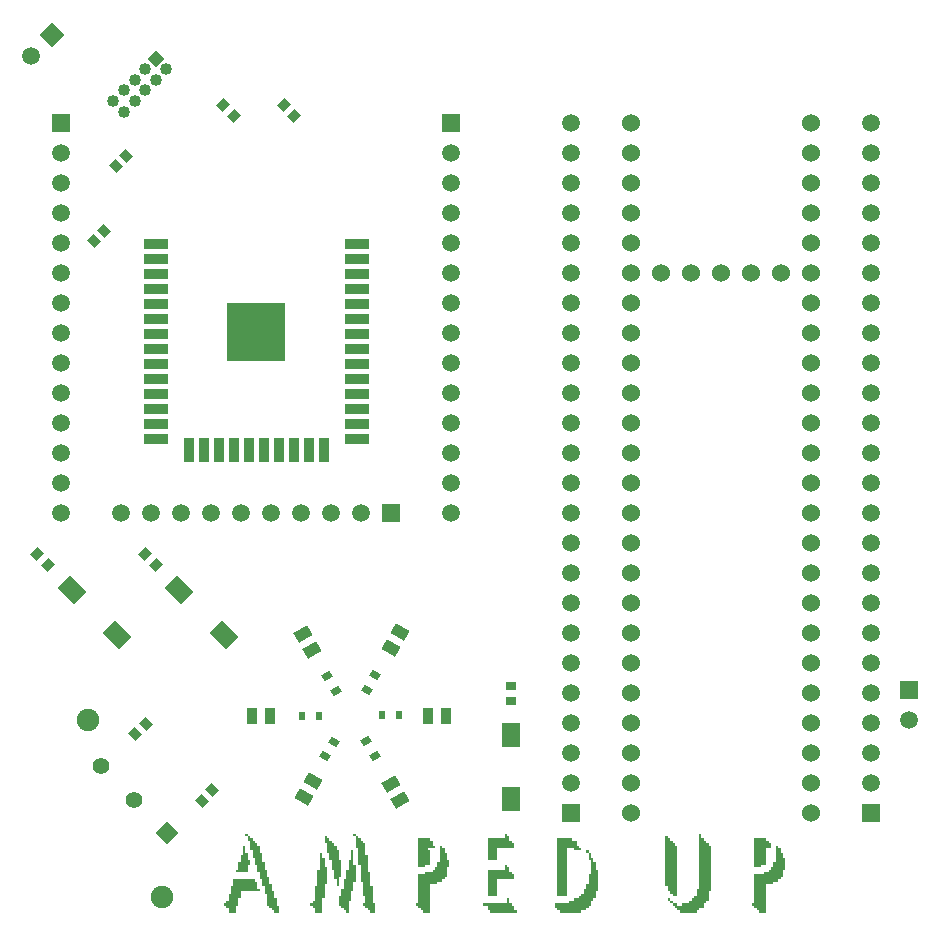
<source format=gts>
G04*
G04 #@! TF.GenerationSoftware,Altium Limited,Altium Designer,20.1.14 (287)*
G04*
G04 Layer_Color=8388736*
%FSLAX25Y25*%
%MOIN*%
G70*
G04*
G04 #@! TF.SameCoordinates,0D2ED980-A127-4EFE-AF8B-45E26DFE5CAE*
G04*
G04*
G04 #@! TF.FilePolarity,Negative*
G04*
G01*
G75*
%ADD17R,0.19685X0.19685*%
%ADD18R,0.03543X0.07874*%
%ADD19R,0.07874X0.03543*%
%ADD20R,0.07874X0.03543*%
%ADD21R,0.02362X0.03150*%
G04:AMPARAMS|DCode=22|XSize=23.62mil|YSize=31.5mil|CornerRadius=0mil|HoleSize=0mil|Usage=FLASHONLY|Rotation=240.000|XOffset=0mil|YOffset=0mil|HoleType=Round|Shape=Rectangle|*
%AMROTATEDRECTD22*
4,1,4,-0.00773,0.01810,0.01954,0.00236,0.00773,-0.01810,-0.01954,-0.00236,-0.00773,0.01810,0.0*
%
%ADD22ROTATEDRECTD22*%

G04:AMPARAMS|DCode=23|XSize=23.62mil|YSize=31.5mil|CornerRadius=0mil|HoleSize=0mil|Usage=FLASHONLY|Rotation=120.000|XOffset=0mil|YOffset=0mil|HoleType=Round|Shape=Rectangle|*
%AMROTATEDRECTD23*
4,1,4,0.01954,-0.00236,-0.00773,-0.01810,-0.01954,0.00236,0.00773,0.01810,0.01954,-0.00236,0.0*
%
%ADD23ROTATEDRECTD23*%

G04:AMPARAMS|DCode=24|XSize=53.15mil|YSize=37.4mil|CornerRadius=0mil|HoleSize=0mil|Usage=FLASHONLY|Rotation=210.000|XOffset=0mil|YOffset=0mil|HoleType=Round|Shape=Rectangle|*
%AMROTATEDRECTD24*
4,1,4,0.01366,0.02948,0.03237,-0.00291,-0.01366,-0.02948,-0.03237,0.00291,0.01366,0.02948,0.0*
%
%ADD24ROTATEDRECTD24*%

%ADD25R,0.03740X0.05315*%
G04:AMPARAMS|DCode=26|XSize=53.15mil|YSize=37.4mil|CornerRadius=0mil|HoleSize=0mil|Usage=FLASHONLY|Rotation=330.000|XOffset=0mil|YOffset=0mil|HoleType=Round|Shape=Rectangle|*
%AMROTATEDRECTD26*
4,1,4,-0.03237,-0.00291,-0.01366,0.02948,0.03237,0.00291,0.01366,-0.02948,-0.03237,-0.00291,0.0*
%
%ADD26ROTATEDRECTD26*%

%ADD27R,0.05906X0.07874*%
%ADD28R,0.03740X0.03150*%
G04:AMPARAMS|DCode=29|XSize=78.74mil|YSize=59.06mil|CornerRadius=0mil|HoleSize=0mil|Usage=FLASHONLY|Rotation=315.000|XOffset=0mil|YOffset=0mil|HoleType=Round|Shape=Rectangle|*
%AMROTATEDRECTD29*
4,1,4,-0.04872,0.00696,-0.00696,0.04872,0.04872,-0.00696,0.00696,-0.04872,-0.04872,0.00696,0.0*
%
%ADD29ROTATEDRECTD29*%

G04:AMPARAMS|DCode=30|XSize=37.4mil|YSize=31.5mil|CornerRadius=0mil|HoleSize=0mil|Usage=FLASHONLY|Rotation=45.000|XOffset=0mil|YOffset=0mil|HoleType=Round|Shape=Rectangle|*
%AMROTATEDRECTD30*
4,1,4,-0.00209,-0.02436,-0.02436,-0.00209,0.00209,0.02436,0.02436,0.00209,-0.00209,-0.02436,0.0*
%
%ADD30ROTATEDRECTD30*%

G04:AMPARAMS|DCode=31|XSize=37.4mil|YSize=31.5mil|CornerRadius=0mil|HoleSize=0mil|Usage=FLASHONLY|Rotation=315.000|XOffset=0mil|YOffset=0mil|HoleType=Round|Shape=Rectangle|*
%AMROTATEDRECTD31*
4,1,4,-0.02436,0.00209,-0.00209,0.02436,0.02436,-0.00209,0.00209,-0.02436,-0.02436,0.00209,0.0*
%
%ADD31ROTATEDRECTD31*%

%ADD32C,0.06000*%
%ADD33C,0.05906*%
%ADD34R,0.05906X0.05906*%
%ADD35R,0.05906X0.05906*%
%ADD36P,0.07795X4X360.0*%
%ADD37C,0.07480*%
%ADD38C,0.05512*%
%ADD39P,0.05657X4X360.0*%
%ADD40C,0.04000*%
%ADD41P,0.08352X4X270.0*%
G36*
X123000Y-239100D02*
X123800D01*
Y-239900D01*
Y-240700D01*
X124600D01*
Y-241500D01*
X122200D01*
Y-242300D01*
X123000D01*
Y-243100D01*
Y-243900D01*
Y-244700D01*
Y-245500D01*
Y-246300D01*
Y-247100D01*
X121400D01*
Y-247900D01*
X119000D01*
Y-247100D01*
Y-246300D01*
Y-245500D01*
Y-244700D01*
Y-243900D01*
Y-243100D01*
Y-242300D01*
Y-241500D01*
Y-240700D01*
Y-239900D01*
Y-239100D01*
Y-238300D01*
X123000D01*
Y-239100D01*
D02*
G37*
G36*
X61400Y-241500D02*
Y-242300D01*
Y-243100D01*
X62200D01*
Y-243900D01*
Y-244700D01*
Y-245500D01*
X63000D01*
Y-246300D01*
Y-247100D01*
X62200D01*
Y-247900D01*
Y-248700D01*
Y-249500D01*
X58200D01*
Y-248700D01*
X59000D01*
Y-247900D01*
Y-247100D01*
Y-246300D01*
X59800D01*
Y-245500D01*
Y-244700D01*
Y-243900D01*
X60600D01*
Y-243100D01*
Y-242300D01*
Y-241500D01*
Y-240700D01*
X61400D01*
Y-241500D01*
D02*
G37*
G36*
X88600Y-238300D02*
X89400D01*
Y-239100D01*
X90200D01*
Y-239900D01*
X91000D01*
Y-240700D01*
X91800D01*
Y-241500D01*
Y-242300D01*
X92600D01*
Y-243100D01*
Y-243900D01*
Y-244700D01*
Y-245500D01*
X93400D01*
Y-246300D01*
Y-247100D01*
Y-247900D01*
Y-248700D01*
Y-249500D01*
Y-250300D01*
Y-251100D01*
X92600D01*
Y-251900D01*
Y-252700D01*
Y-253500D01*
Y-254300D01*
X91800D01*
Y-253500D01*
Y-252700D01*
Y-251900D01*
X91000D01*
Y-251100D01*
Y-250300D01*
Y-249500D01*
Y-248700D01*
X90200D01*
Y-247900D01*
Y-247100D01*
Y-246300D01*
Y-245500D01*
X89400D01*
Y-244700D01*
Y-243900D01*
Y-243100D01*
X88600D01*
Y-242300D01*
Y-241500D01*
Y-240700D01*
Y-239900D01*
X87800D01*
Y-239100D01*
Y-238300D01*
Y-237500D01*
X88600D01*
Y-238300D01*
D02*
G37*
G36*
X127000Y-241500D02*
X127800D01*
Y-242300D01*
Y-243100D01*
X128600D01*
Y-243900D01*
Y-244700D01*
Y-245500D01*
X129400D01*
Y-246300D01*
Y-247100D01*
Y-247900D01*
X128600D01*
Y-248700D01*
Y-249500D01*
Y-250300D01*
Y-251100D01*
X127800D01*
Y-251900D01*
X127000D01*
Y-252700D01*
X125400D01*
Y-253500D01*
X123000D01*
Y-254300D01*
Y-255100D01*
Y-255900D01*
Y-256700D01*
Y-257500D01*
Y-258300D01*
Y-259100D01*
Y-259900D01*
Y-260700D01*
Y-261500D01*
Y-262300D01*
Y-263100D01*
X120600D01*
Y-262300D01*
X119800D01*
Y-261500D01*
X119000D01*
Y-260700D01*
X118200D01*
Y-259900D01*
X119000D01*
Y-259100D01*
Y-258300D01*
Y-257500D01*
Y-256700D01*
Y-255900D01*
Y-255100D01*
Y-254300D01*
Y-253500D01*
Y-252700D01*
Y-251900D01*
Y-251100D01*
Y-250300D01*
X121400D01*
Y-249500D01*
X123800D01*
Y-248700D01*
X124600D01*
Y-247900D01*
X125400D01*
Y-247100D01*
Y-246300D01*
X126200D01*
Y-245500D01*
Y-244700D01*
Y-243900D01*
Y-243100D01*
Y-242300D01*
Y-241500D01*
Y-240700D01*
X127000D01*
Y-241500D01*
D02*
G37*
G36*
X98200Y-237500D02*
X99000D01*
Y-238300D01*
X99800D01*
Y-239100D01*
X100600D01*
Y-239900D01*
X101400D01*
Y-240700D01*
Y-241500D01*
Y-242300D01*
Y-243100D01*
Y-243900D01*
X102200D01*
Y-244700D01*
Y-245500D01*
Y-246300D01*
Y-247100D01*
Y-247900D01*
Y-248700D01*
Y-249500D01*
X103000D01*
Y-250300D01*
Y-251100D01*
Y-251900D01*
Y-252700D01*
Y-253500D01*
Y-254300D01*
X103800D01*
Y-255100D01*
Y-255900D01*
Y-256700D01*
Y-257500D01*
Y-258300D01*
Y-259100D01*
Y-259900D01*
X104600D01*
Y-260700D01*
Y-261500D01*
Y-262300D01*
Y-263100D01*
X103000D01*
Y-262300D01*
X102200D01*
Y-261500D01*
X101400D01*
Y-260700D01*
X100600D01*
Y-259900D01*
X101400D01*
Y-259100D01*
Y-258300D01*
Y-257500D01*
X100600D01*
Y-256700D01*
Y-255900D01*
Y-255100D01*
Y-254300D01*
Y-253500D01*
Y-252700D01*
X99800D01*
Y-251900D01*
Y-251100D01*
Y-250300D01*
Y-249500D01*
Y-248700D01*
Y-247900D01*
Y-247100D01*
X99000D01*
Y-246300D01*
Y-245500D01*
Y-244700D01*
Y-243900D01*
Y-243100D01*
Y-242300D01*
Y-241500D01*
X98200D01*
Y-240700D01*
Y-239900D01*
Y-239100D01*
Y-238300D01*
Y-237500D01*
X97400D01*
Y-236700D01*
X98200D01*
Y-237500D01*
D02*
G37*
G36*
X97400Y-243100D02*
Y-243900D01*
Y-244700D01*
Y-245500D01*
Y-246300D01*
Y-247100D01*
X98200D01*
Y-247900D01*
Y-248700D01*
Y-249500D01*
Y-250300D01*
Y-251100D01*
Y-251900D01*
Y-252700D01*
X97400D01*
Y-253500D01*
Y-254300D01*
Y-255100D01*
Y-255900D01*
X96600D01*
Y-256700D01*
Y-257500D01*
Y-258300D01*
Y-259100D01*
X95800D01*
Y-259900D01*
Y-260700D01*
Y-261500D01*
Y-262300D01*
Y-263100D01*
X95000D01*
Y-262300D01*
X94200D01*
Y-261500D01*
X93400D01*
Y-260700D01*
X92600D01*
Y-259900D01*
Y-259100D01*
Y-258300D01*
Y-257500D01*
X93400D01*
Y-256700D01*
Y-255900D01*
Y-255100D01*
X94200D01*
Y-254300D01*
Y-253500D01*
Y-252700D01*
Y-251900D01*
X95000D01*
Y-251100D01*
Y-250300D01*
Y-249500D01*
Y-248700D01*
X95800D01*
Y-247900D01*
Y-247100D01*
Y-246300D01*
Y-245500D01*
X96600D01*
Y-244700D01*
Y-243900D01*
Y-243100D01*
Y-242300D01*
X97400D01*
Y-243100D01*
D02*
G37*
G36*
X87000Y-243900D02*
Y-244700D01*
X87800D01*
Y-245500D01*
Y-246300D01*
Y-247100D01*
Y-247900D01*
X88600D01*
Y-248700D01*
Y-249500D01*
Y-250300D01*
Y-251100D01*
Y-251900D01*
Y-252700D01*
Y-253500D01*
X87800D01*
Y-254300D01*
Y-255100D01*
Y-255900D01*
Y-256700D01*
Y-257500D01*
Y-258300D01*
X87000D01*
Y-259100D01*
Y-259900D01*
Y-260700D01*
Y-261500D01*
Y-262300D01*
Y-263100D01*
X84600D01*
Y-262300D01*
Y-261500D01*
X83800D01*
Y-260700D01*
X83000D01*
Y-259900D01*
X83800D01*
Y-259100D01*
X84600D01*
Y-258300D01*
Y-257500D01*
Y-256700D01*
Y-255900D01*
Y-255100D01*
Y-254300D01*
X85400D01*
Y-253500D01*
Y-252700D01*
Y-251900D01*
Y-251100D01*
Y-250300D01*
Y-249500D01*
Y-248700D01*
X86200D01*
Y-247900D01*
Y-247100D01*
Y-246300D01*
Y-245500D01*
Y-244700D01*
Y-243900D01*
Y-243100D01*
X87000D01*
Y-243900D01*
D02*
G37*
G36*
X62200Y-237500D02*
X63000D01*
Y-238300D01*
X63800D01*
Y-239100D01*
X64600D01*
Y-239900D01*
X65400D01*
Y-240700D01*
X66200D01*
Y-241500D01*
Y-242300D01*
Y-243100D01*
X67000D01*
Y-243900D01*
Y-244700D01*
Y-245500D01*
Y-246300D01*
X67800D01*
Y-247100D01*
Y-247900D01*
Y-248700D01*
X68600D01*
Y-249500D01*
Y-250300D01*
Y-251100D01*
X69400D01*
Y-251900D01*
Y-252700D01*
Y-253500D01*
X70200D01*
Y-254300D01*
Y-255100D01*
Y-255900D01*
X71000D01*
Y-256700D01*
Y-257500D01*
Y-258300D01*
X71800D01*
Y-259100D01*
Y-259900D01*
Y-260700D01*
X72600D01*
Y-261500D01*
Y-262300D01*
Y-263100D01*
X71000D01*
Y-262300D01*
X70200D01*
Y-261500D01*
X69400D01*
Y-260700D01*
X68600D01*
Y-259900D01*
Y-259100D01*
Y-258300D01*
Y-257500D01*
Y-256700D01*
X67800D01*
Y-255900D01*
Y-255100D01*
Y-254300D01*
X67000D01*
Y-253500D01*
Y-252700D01*
Y-251900D01*
X66200D01*
Y-251100D01*
Y-250300D01*
Y-249500D01*
X65400D01*
Y-248700D01*
Y-247900D01*
Y-247100D01*
X64600D01*
Y-246300D01*
Y-245500D01*
Y-244700D01*
X63800D01*
Y-243900D01*
Y-243100D01*
Y-242300D01*
X63000D01*
Y-241500D01*
Y-240700D01*
Y-239900D01*
Y-239100D01*
X62200D01*
Y-238300D01*
Y-237500D01*
X61400D01*
Y-236700D01*
X62200D01*
Y-237500D01*
D02*
G37*
G36*
X64600Y-252700D02*
X65400D01*
Y-253500D01*
Y-254300D01*
Y-255100D01*
X66200D01*
Y-255900D01*
X59800D01*
Y-256700D01*
Y-257500D01*
Y-258300D01*
X59000D01*
Y-259100D01*
Y-259900D01*
Y-260700D01*
X58200D01*
Y-261500D01*
Y-262300D01*
Y-263100D01*
X55800D01*
Y-262300D01*
Y-261500D01*
X55000D01*
Y-260700D01*
X54200D01*
Y-259900D01*
X55000D01*
Y-259100D01*
X55800D01*
Y-258300D01*
Y-257500D01*
Y-256700D01*
X56600D01*
Y-255900D01*
Y-255100D01*
Y-254300D01*
X57400D01*
Y-253500D01*
Y-252700D01*
Y-251900D01*
X64600D01*
Y-252700D01*
D02*
G37*
G36*
X149400Y-259100D02*
Y-259900D01*
X150200D01*
Y-260700D01*
X151000D01*
Y-261500D01*
Y-262300D01*
X151800D01*
Y-263100D01*
X143000D01*
Y-262300D01*
X142200D01*
Y-261500D01*
Y-260700D01*
X140600D01*
Y-259900D01*
X148600D01*
Y-259100D01*
Y-258300D01*
X149400D01*
Y-259100D01*
D02*
G37*
G36*
X148600Y-247900D02*
X149400D01*
Y-248700D01*
Y-249500D01*
X150200D01*
Y-250300D01*
X151000D01*
Y-251100D01*
Y-251900D01*
X145400D01*
Y-252700D01*
Y-253500D01*
Y-254300D01*
Y-255100D01*
Y-255900D01*
Y-256700D01*
Y-257500D01*
X142200D01*
Y-256700D01*
Y-255900D01*
Y-255100D01*
Y-254300D01*
Y-253500D01*
Y-252700D01*
Y-251900D01*
Y-251100D01*
Y-250300D01*
Y-249500D01*
Y-248700D01*
X147800D01*
Y-247900D01*
Y-247100D01*
X148600D01*
Y-247900D01*
D02*
G37*
G36*
Y-237500D02*
X149400D01*
Y-238300D01*
Y-239100D01*
X150200D01*
Y-239900D01*
X151000D01*
Y-240700D01*
Y-241500D01*
X145400D01*
Y-242300D01*
Y-243100D01*
Y-243900D01*
Y-244700D01*
Y-245500D01*
X142200D01*
Y-244700D01*
Y-243900D01*
Y-243100D01*
Y-242300D01*
Y-241500D01*
Y-240700D01*
Y-239900D01*
Y-239100D01*
Y-238300D01*
X147800D01*
Y-237500D01*
Y-236700D01*
X148600D01*
Y-237500D01*
D02*
G37*
G36*
X170200Y-239100D02*
X171800D01*
Y-239900D01*
Y-240700D01*
X172600D01*
Y-241500D01*
X173400D01*
Y-242300D01*
X171000D01*
Y-241500D01*
X168600D01*
Y-242300D01*
Y-243100D01*
Y-243900D01*
Y-244700D01*
Y-245500D01*
Y-246300D01*
Y-247100D01*
Y-247900D01*
Y-248700D01*
Y-249500D01*
Y-250300D01*
Y-251100D01*
Y-251900D01*
Y-252700D01*
Y-253500D01*
Y-254300D01*
Y-255100D01*
Y-255900D01*
Y-256700D01*
Y-257500D01*
X165400D01*
Y-256700D01*
Y-255900D01*
Y-255100D01*
Y-254300D01*
Y-253500D01*
Y-252700D01*
Y-251900D01*
Y-251100D01*
Y-250300D01*
Y-249500D01*
Y-248700D01*
Y-247900D01*
Y-247100D01*
Y-246300D01*
Y-245500D01*
Y-244700D01*
Y-243900D01*
Y-243100D01*
Y-242300D01*
Y-241500D01*
Y-240700D01*
Y-239900D01*
Y-239100D01*
Y-238300D01*
X170200D01*
Y-239100D01*
D02*
G37*
G36*
X175800Y-243100D02*
X176600D01*
Y-243900D01*
Y-244700D01*
X177400D01*
Y-245500D01*
Y-246300D01*
X178200D01*
Y-247100D01*
Y-247900D01*
Y-248700D01*
X179000D01*
Y-249500D01*
Y-250300D01*
Y-251100D01*
Y-251900D01*
Y-252700D01*
Y-253500D01*
Y-254300D01*
Y-255100D01*
Y-255900D01*
X178200D01*
Y-256700D01*
Y-257500D01*
Y-258300D01*
X177400D01*
Y-259100D01*
X176600D01*
Y-259900D01*
Y-260700D01*
X175800D01*
Y-261500D01*
X175000D01*
Y-262300D01*
X173400D01*
Y-263100D01*
X166200D01*
Y-262300D01*
X165400D01*
Y-261500D01*
X164600D01*
Y-260700D01*
Y-259900D01*
X169400D01*
Y-259100D01*
X171000D01*
Y-258300D01*
X172600D01*
Y-257500D01*
X173400D01*
Y-256700D01*
X174200D01*
Y-255900D01*
Y-255100D01*
X175000D01*
Y-254300D01*
Y-253500D01*
X175800D01*
Y-252700D01*
Y-251900D01*
Y-251100D01*
Y-250300D01*
X176600D01*
Y-249500D01*
Y-248700D01*
Y-247900D01*
Y-247100D01*
Y-246300D01*
Y-245500D01*
X175800D01*
Y-244700D01*
Y-243900D01*
Y-243100D01*
X175000D01*
Y-242300D01*
X175800D01*
Y-243100D01*
D02*
G37*
G36*
X202200Y-238300D02*
X203000D01*
Y-239100D01*
X203800D01*
Y-239900D01*
X204600D01*
Y-240700D01*
X205400D01*
Y-241500D01*
Y-242300D01*
Y-243100D01*
Y-243900D01*
Y-244700D01*
Y-245500D01*
Y-246300D01*
Y-247100D01*
Y-247900D01*
Y-248700D01*
Y-249500D01*
Y-250300D01*
Y-251100D01*
Y-251900D01*
Y-252700D01*
Y-253500D01*
Y-254300D01*
Y-255100D01*
Y-255900D01*
Y-256700D01*
Y-257500D01*
X203800D01*
Y-256700D01*
X203000D01*
Y-255900D01*
X202200D01*
Y-255100D01*
Y-254300D01*
X201400D01*
Y-253500D01*
Y-252700D01*
Y-251900D01*
Y-251100D01*
Y-250300D01*
Y-249500D01*
Y-248700D01*
Y-247900D01*
Y-247100D01*
Y-246300D01*
Y-245500D01*
Y-244700D01*
Y-243900D01*
Y-243100D01*
Y-242300D01*
Y-241500D01*
Y-240700D01*
Y-239900D01*
Y-239100D01*
Y-238300D01*
Y-237500D01*
X202200D01*
Y-238300D01*
D02*
G37*
G36*
X213400Y-237500D02*
Y-238300D01*
X214200D01*
Y-239100D01*
X215000D01*
Y-239900D01*
X215800D01*
Y-240700D01*
X216600D01*
Y-241500D01*
Y-242300D01*
Y-243100D01*
Y-243900D01*
Y-244700D01*
Y-245500D01*
Y-246300D01*
Y-247100D01*
Y-247900D01*
Y-248700D01*
Y-249500D01*
Y-250300D01*
Y-251100D01*
Y-251900D01*
Y-252700D01*
Y-253500D01*
Y-254300D01*
Y-255100D01*
Y-255900D01*
X215800D01*
Y-256700D01*
Y-257500D01*
Y-258300D01*
Y-259100D01*
X215000D01*
Y-259900D01*
X214200D01*
Y-260700D01*
Y-261500D01*
X212600D01*
Y-262300D01*
X211800D01*
Y-263100D01*
X206200D01*
Y-262300D01*
X205400D01*
Y-261500D01*
X204600D01*
Y-260700D01*
X203800D01*
Y-259900D01*
X203000D01*
Y-259100D01*
X202200D01*
Y-258300D01*
X203000D01*
Y-259100D01*
X203800D01*
Y-259900D01*
X205400D01*
Y-260700D01*
X207000D01*
Y-259900D01*
X209400D01*
Y-259100D01*
X210200D01*
Y-258300D01*
X211000D01*
Y-257500D01*
X211800D01*
Y-256700D01*
Y-255900D01*
Y-255100D01*
X212600D01*
Y-254300D01*
Y-253500D01*
Y-252700D01*
Y-251900D01*
Y-251100D01*
Y-250300D01*
Y-249500D01*
Y-248700D01*
Y-247900D01*
Y-247100D01*
Y-246300D01*
Y-245500D01*
Y-244700D01*
Y-243900D01*
Y-243100D01*
Y-242300D01*
Y-241500D01*
Y-240700D01*
Y-239900D01*
Y-239100D01*
Y-238300D01*
Y-237500D01*
Y-236700D01*
X213400D01*
Y-237500D01*
D02*
G37*
G36*
X235000Y-239100D02*
X235800D01*
Y-239900D01*
X236600D01*
Y-240700D01*
Y-241500D01*
X235000D01*
Y-242300D01*
Y-243100D01*
Y-243900D01*
Y-244700D01*
Y-245500D01*
Y-246300D01*
Y-247100D01*
X233400D01*
Y-247900D01*
X231000D01*
Y-247100D01*
Y-246300D01*
Y-245500D01*
Y-244700D01*
Y-243900D01*
Y-243100D01*
Y-242300D01*
Y-241500D01*
Y-240700D01*
Y-239900D01*
Y-239100D01*
Y-238300D01*
X235000D01*
Y-239100D01*
D02*
G37*
G36*
X239000Y-241500D02*
X239800D01*
Y-242300D01*
Y-243100D01*
X240600D01*
Y-243900D01*
Y-244700D01*
X241400D01*
Y-245500D01*
Y-246300D01*
Y-247100D01*
Y-247900D01*
Y-248700D01*
X240600D01*
Y-249500D01*
Y-250300D01*
Y-251100D01*
X239800D01*
Y-251900D01*
X239000D01*
Y-252700D01*
X237400D01*
Y-253500D01*
X235000D01*
Y-254300D01*
Y-255100D01*
Y-255900D01*
Y-256700D01*
Y-257500D01*
Y-258300D01*
Y-259100D01*
Y-259900D01*
Y-260700D01*
Y-261500D01*
Y-262300D01*
Y-263100D01*
X232600D01*
Y-262300D01*
X231800D01*
Y-261500D01*
X231000D01*
Y-260700D01*
X230200D01*
Y-259900D01*
X231000D01*
Y-259100D01*
Y-258300D01*
Y-257500D01*
Y-256700D01*
Y-255900D01*
Y-255100D01*
Y-254300D01*
Y-253500D01*
Y-252700D01*
Y-251900D01*
Y-251100D01*
Y-250300D01*
X234200D01*
Y-249500D01*
X235800D01*
Y-248700D01*
X236600D01*
Y-247900D01*
X237400D01*
Y-247100D01*
Y-246300D01*
X238200D01*
Y-245500D01*
Y-244700D01*
Y-243900D01*
Y-243100D01*
Y-242300D01*
Y-241500D01*
Y-240700D01*
X239000D01*
Y-241500D01*
D02*
G37*
D17*
X65000Y-69591D02*
D03*
D18*
X42500Y-109000D02*
D03*
X47500D02*
D03*
X87500D02*
D03*
X82500D02*
D03*
X77500D02*
D03*
X72500D02*
D03*
X67500D02*
D03*
X62500D02*
D03*
X57500D02*
D03*
X52500D02*
D03*
D19*
X31535Y-60063D02*
D03*
X98465Y-40063D02*
D03*
Y-45063D02*
D03*
Y-50063D02*
D03*
Y-55063D02*
D03*
Y-60063D02*
D03*
Y-65063D02*
D03*
Y-70063D02*
D03*
Y-75063D02*
D03*
Y-80063D02*
D03*
Y-85063D02*
D03*
Y-90063D02*
D03*
Y-95063D02*
D03*
Y-100063D02*
D03*
Y-105063D02*
D03*
X31535D02*
D03*
Y-100063D02*
D03*
Y-95063D02*
D03*
Y-90063D02*
D03*
Y-85063D02*
D03*
Y-80063D02*
D03*
Y-75063D02*
D03*
Y-70063D02*
D03*
Y-65063D02*
D03*
Y-55063D02*
D03*
D03*
Y-50063D02*
D03*
Y-45063D02*
D03*
D20*
Y-40063D02*
D03*
D21*
X80189Y-197524D02*
D03*
X85898Y-197524D02*
D03*
X106787Y-197335D02*
D03*
X112496D02*
D03*
D22*
X90822Y-206052D02*
D03*
X87967Y-210996D02*
D03*
X104717Y-183862D02*
D03*
X101863Y-188806D02*
D03*
D23*
X91443Y-189075D02*
D03*
X88589Y-184132D02*
D03*
X104542Y-210830D02*
D03*
X101688Y-205886D02*
D03*
D24*
X109797Y-220221D02*
D03*
X112848Y-225506D02*
D03*
X80626Y-170299D02*
D03*
X83678Y-175583D02*
D03*
D25*
X128401Y-197503D02*
D03*
X122298D02*
D03*
X69566Y-197572D02*
D03*
X63463Y-197572D02*
D03*
D26*
X109940Y-174691D02*
D03*
X112991Y-169407D02*
D03*
X80796Y-224372D02*
D03*
X83847Y-219088D02*
D03*
D27*
X149926Y-203776D02*
D03*
Y-225036D02*
D03*
D28*
X150000Y-192559D02*
D03*
Y-187441D02*
D03*
D29*
X39337Y-155435D02*
D03*
X54370Y-170468D02*
D03*
X18488D02*
D03*
X3455Y-155435D02*
D03*
D30*
X31479Y-147083D02*
D03*
X27860Y-143465D02*
D03*
X74260Y6040D02*
D03*
X77740Y2560D02*
D03*
X-4403Y-147083D02*
D03*
X-8022Y-143465D02*
D03*
X54020Y5980D02*
D03*
X57500Y2500D02*
D03*
D31*
X14240Y-35760D02*
D03*
X10760Y-39240D02*
D03*
X21740Y-10760D02*
D03*
X18260Y-14240D02*
D03*
X50416Y-222270D02*
D03*
X46797Y-225889D02*
D03*
X28103Y-200040D02*
D03*
X24484Y-203659D02*
D03*
D32*
X250000Y-230000D02*
D03*
Y-220000D02*
D03*
Y-210000D02*
D03*
Y-200000D02*
D03*
Y-190000D02*
D03*
Y-180000D02*
D03*
Y-170000D02*
D03*
Y-160000D02*
D03*
Y-150000D02*
D03*
Y-140000D02*
D03*
Y-130000D02*
D03*
Y-120000D02*
D03*
Y-110000D02*
D03*
Y-100000D02*
D03*
Y-90000D02*
D03*
Y-80000D02*
D03*
Y-70000D02*
D03*
Y-60000D02*
D03*
Y-50000D02*
D03*
Y-40000D02*
D03*
Y-30000D02*
D03*
Y-20000D02*
D03*
Y-10000D02*
D03*
Y0D02*
D03*
X190000D02*
D03*
Y-10000D02*
D03*
Y-20000D02*
D03*
Y-30000D02*
D03*
Y-40000D02*
D03*
Y-50000D02*
D03*
Y-60000D02*
D03*
Y-70000D02*
D03*
Y-80000D02*
D03*
Y-90000D02*
D03*
Y-100000D02*
D03*
Y-110000D02*
D03*
Y-120000D02*
D03*
Y-130000D02*
D03*
Y-140000D02*
D03*
Y-150000D02*
D03*
Y-160000D02*
D03*
Y-170000D02*
D03*
Y-180000D02*
D03*
Y-190000D02*
D03*
Y-200000D02*
D03*
Y-210000D02*
D03*
Y-220000D02*
D03*
Y-230000D02*
D03*
X240000Y-50000D02*
D03*
X230000D02*
D03*
X220000D02*
D03*
X210000D02*
D03*
X200000D02*
D03*
D33*
X282500Y-199000D02*
D03*
X100000Y-130000D02*
D03*
X80000D02*
D03*
X70000D02*
D03*
X60000D02*
D03*
X50000D02*
D03*
X40000D02*
D03*
X30000D02*
D03*
X20000D02*
D03*
X90000D02*
D03*
X0D02*
D03*
Y-120000D02*
D03*
Y-110000D02*
D03*
Y-100000D02*
D03*
Y-90000D02*
D03*
Y-80000D02*
D03*
Y-70000D02*
D03*
Y-60000D02*
D03*
Y-50000D02*
D03*
Y-40000D02*
D03*
Y-30000D02*
D03*
Y-20000D02*
D03*
Y-10000D02*
D03*
X-10000Y22500D02*
D03*
X130000Y-130000D02*
D03*
Y-120000D02*
D03*
Y-110000D02*
D03*
Y-100000D02*
D03*
Y-90000D02*
D03*
Y-80000D02*
D03*
Y-70000D02*
D03*
Y-60000D02*
D03*
Y-50000D02*
D03*
Y-40000D02*
D03*
Y-30000D02*
D03*
Y-20000D02*
D03*
Y-10000D02*
D03*
X270000Y0D02*
D03*
X170000D02*
D03*
Y-10000D02*
D03*
Y-20000D02*
D03*
Y-30000D02*
D03*
Y-40000D02*
D03*
Y-50000D02*
D03*
Y-60000D02*
D03*
Y-70000D02*
D03*
Y-80000D02*
D03*
Y-90000D02*
D03*
Y-100000D02*
D03*
Y-110000D02*
D03*
Y-120000D02*
D03*
Y-130000D02*
D03*
Y-140000D02*
D03*
Y-150000D02*
D03*
Y-160000D02*
D03*
Y-170000D02*
D03*
Y-180000D02*
D03*
Y-190000D02*
D03*
Y-200000D02*
D03*
Y-210000D02*
D03*
Y-220000D02*
D03*
X270000Y-10000D02*
D03*
Y-20000D02*
D03*
Y-30000D02*
D03*
Y-40000D02*
D03*
Y-50000D02*
D03*
Y-60000D02*
D03*
Y-70000D02*
D03*
Y-80000D02*
D03*
Y-90000D02*
D03*
Y-100000D02*
D03*
Y-110000D02*
D03*
Y-120000D02*
D03*
Y-130000D02*
D03*
Y-140000D02*
D03*
Y-150000D02*
D03*
Y-160000D02*
D03*
Y-170000D02*
D03*
Y-180000D02*
D03*
Y-190000D02*
D03*
Y-200000D02*
D03*
Y-210000D02*
D03*
Y-220000D02*
D03*
D34*
X282500Y-189000D02*
D03*
X0Y0D02*
D03*
X130000D02*
D03*
X170000Y-230000D02*
D03*
X270000D02*
D03*
D35*
X110000Y-130000D02*
D03*
D36*
X35405Y-236573D02*
D03*
D37*
X33456Y-258009D02*
D03*
X8958Y-198991D02*
D03*
D38*
X24269Y-225438D02*
D03*
X13134Y-214302D02*
D03*
D39*
X31536Y21607D02*
D03*
D40*
X28000Y18071D02*
D03*
X24464Y14536D02*
D03*
X20929Y11000D02*
D03*
X17393Y7464D02*
D03*
X35071Y18071D02*
D03*
X31536Y14536D02*
D03*
X28000Y11000D02*
D03*
X24464Y7464D02*
D03*
X20929Y3929D02*
D03*
D41*
X-2929Y29571D02*
D03*
M02*

</source>
